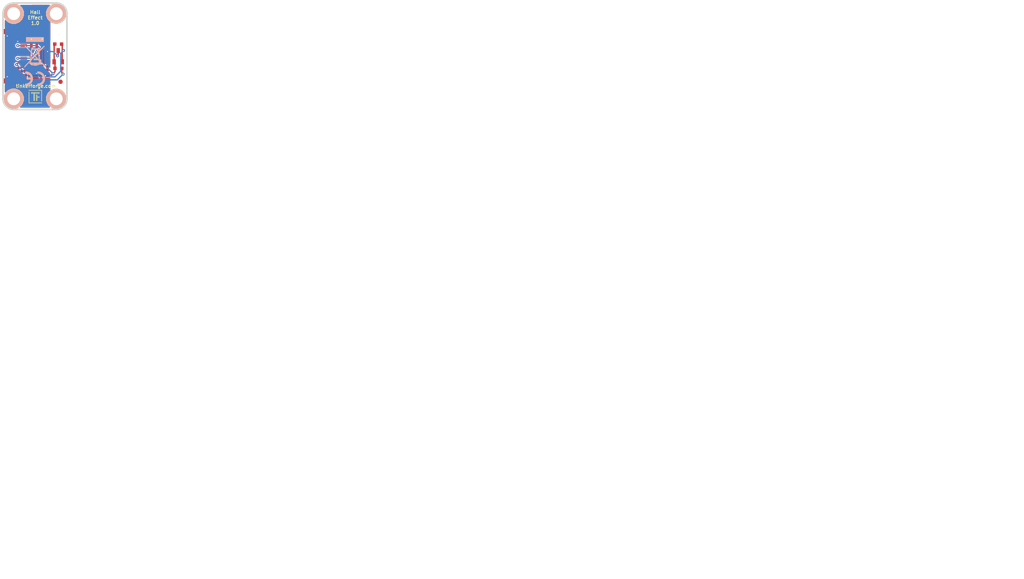
<source format=kicad_pcb>
(kicad_pcb (version 4) (host pcbnew 4.0.2+dfsg1-stable)
  (title_block (title "Hall Effect Bricklet") (rev 1.0) (company "Tinkerforge GmbH") (comment 1 "Licensed under CERN OHL v.1.1") (comment 2 "Copyright (©) 2013, B.Nordmeyer <bastian@tinkerforge.com>"))
  (layers (0 Vorderseite signal) (31 Rückseite signal hide) (34 B.Paste user) (35 F.Paste user) (36 B.SilkS user) (37 F.SilkS user) (38 B.Mask user) (39 F.Mask user) (44 Edge.Cuts user))
  (net 0 "")
  (net 1 GND)
  (net 2 VCC)
  (net 3 "Net-(P1-Pad1)")
  (net 4 "Net-(P1-Pad4)")
  (net 5 "Net-(P1-Pad5)")
  (net 6 "Net-(P1-Pad6)")
  (net 7 "Net-(P1-Pad7)")
  (net 8 "Net-(P1-Pad8)")
  (net 9 "Net-(P1-Pad9)")
  (net 10 "Net-(P1-Pad10)")
  (net 11 "Net-(U1-Pad7)")
  (module kicad-libraries:DRILL_NP (layer Vorderseite) (at 55.4 52.3)
    (fp_text reference U6 hide)
    (fp_text value DRILL hide)
    (pad "" np_thru_hole circle (at 0 0) (size 2.99974 2.99974) (drill 2.99974) (layers *.Cu *.Mask F.SilkS) (clearance 0.89916))
  )
  (module kicad-libraries:DRILL_NP (layer Vorderseite) (at 45.4 32.3)
    (fp_text reference U5 hide)
    (fp_text value DRILL hide)
    (pad "" np_thru_hole circle (at 0 0) (size 2.99974 2.99974) (drill 2.99974) (layers *.Cu *.Mask F.SilkS) (clearance 0.89916))
  )
  (module kicad-libraries:DRILL_NP (layer Vorderseite) (at 45.4 52.3)
    (fp_text reference U4 hide)
    (fp_text value DRILL hide)
    (pad "" np_thru_hole circle (at 0 0) (size 2.99974 2.99974) (drill 2.99974) (layers *.Cu *.Mask F.SilkS) (clearance 0.89916))
  )
  (module kicad-libraries:DRILL_NP (layer Vorderseite) (at 55.4 32.3)
    (fp_text reference U3 hide)
    (fp_text value DRILL hide)
    (pad "" np_thru_hole circle (at 0 0) (size 2.99974 2.99974) (drill 2.99974) (layers *.Cu *.Mask F.SilkS) (clearance 0.89916))
  )
  (module kicad-libraries:SC59 (layer Vorderseite) (at 55.85 42.3)
    (fp_text reference U2)
    (fp_text value AH180N-W)
    (pad 1 smd rect (at -0.95 1.3) (size 0.8 1.2) (layers Vorderseite F.Paste F.Mask) (net 2 VCC))
    (pad 3 smd rect (at 0.95 1.3) (size 0.8 1.2) (layers Vorderseite F.Paste F.Mask) (net 7 "Net-(P1-Pad7)"))
    (pad 2 smd rect (at 0 -1.3) (size 0.8 1.2) (layers Vorderseite F.Paste F.Mask) (net 1 GND))
  )
  (module kicad-libraries:SOIC8 (layer Vorderseite) (at 51.45 42.3 180)
    (fp_text reference U1)
    (fp_text value M24C64)
    (pad 1 smd rect (at -1.90246 2.69748) (size 0.59944 1.5494) (layers Vorderseite F.Paste F.Mask) (net 1 GND))
    (pad 2 smd rect (at -0.63246 2.69748) (size 0.59944 1.5494) (layers Vorderseite F.Paste F.Mask) (net 1 GND))
    (pad 3 smd rect (at 0.63246 2.69748) (size 0.59944 1.5494) (layers Vorderseite F.Paste F.Mask) (net 6 "Net-(P1-Pad6)"))
    (pad 4 smd rect (at 1.90246 2.69748) (size 0.59944 1.5494) (layers Vorderseite F.Paste F.Mask) (net 1 GND))
    (pad 5 smd rect (at 1.90246 -2.69748 180) (size 0.59944 1.5494) (layers Vorderseite F.Paste F.Mask) (net 5 "Net-(P1-Pad5)"))
    (pad 6 smd rect (at 0.63246 -2.69748 180) (size 0.59944 1.5494) (layers Vorderseite F.Paste F.Mask) (net 4 "Net-(P1-Pad4)"))
    (pad 7 smd rect (at -0.63246 -2.69748 180) (size 0.59944 1.5494) (layers Vorderseite F.Paste F.Mask) (net 11 "Net-(U1-Pad7)"))
    (pad 8 smd rect (at -1.90246 -2.69748 180) (size 0.59944 1.5494) (layers Vorderseite F.Paste F.Mask) (net 2 VCC))
  )
  (module kicad-libraries:R0603 (layer Vorderseite) (at 55.85 39.45)
    (fp_text reference R1)
    (fp_text value 10k)
    (pad 1 smd rect (at -0.8001 0) (size 0.8001 0.8001) (layers Vorderseite F.Paste F.Mask) (net 2 VCC))
    (pad 2 smd rect (at 0.8001 0) (size 0.8001 0.8001) (layers Vorderseite F.Paste F.Mask) (net 7 "Net-(P1-Pad7)"))
  )
  (module kicad-libraries:CON-SENSOR (layer Vorderseite) (at 43 42.3 270)
    (fp_text reference P1)
    (fp_text value CON-SENSOR)
    (pad 1 smd rect (at -4.50088 -4.7752 270) (size 0.59944 1.5494) (layers Vorderseite F.Paste F.Mask) (net 3 "Net-(P1-Pad1)"))
    (pad 2 smd rect (at -3.50012 -4.7752 270) (size 0.59944 1.5494) (layers Vorderseite F.Paste F.Mask) (net 1 GND))
    (pad 3 smd rect (at -2.49936 -4.7752 270) (size 0.59944 1.5494) (layers Vorderseite F.Paste F.Mask) (net 2 VCC))
    (pad 4 smd rect (at -1.50114 -4.7752 270) (size 0.59944 1.5494) (layers Vorderseite F.Paste F.Mask) (net 4 "Net-(P1-Pad4)"))
    (pad 5 smd rect (at -0.50038 -4.7752 270) (size 0.59944 1.5494) (layers Vorderseite F.Paste F.Mask) (net 5 "Net-(P1-Pad5)"))
    (pad 6 smd rect (at 0.50038 -4.7752 270) (size 0.59944 1.5494) (layers Vorderseite F.Paste F.Mask) (net 6 "Net-(P1-Pad6)"))
    (pad 7 smd rect (at 1.50114 -4.7752 270) (size 0.59944 1.5494) (layers Vorderseite F.Paste F.Mask) (net 7 "Net-(P1-Pad7)"))
    (pad 8 smd rect (at 2.49936 -4.7752 270) (size 0.59944 1.5494) (layers Vorderseite F.Paste F.Mask) (net 8 "Net-(P1-Pad8)"))
    (pad 9 smd rect (at 3.50012 -4.7752 270) (size 0.59944 1.5494) (layers Vorderseite F.Paste F.Mask) (net 9 "Net-(P1-Pad9)"))
    (pad 10 smd rect (at 4.50088 -4.7752 270) (size 0.59944 1.5494) (layers Vorderseite F.Paste F.Mask) (net 10 "Net-(P1-Pad10)"))
    (pad EP smd rect (at -5.79882 -0.89916 270) (size 1.19888 1.80086) (layers Vorderseite F.Paste F.Mask) (net 1 GND))
    (pad EP smd rect (at 5.79882 -0.89916 270) (size 1.19888 1.80086) (layers Vorderseite F.Paste F.Mask) (net 1 GND))
  )
  (module kicad-libraries:C0603 (layer Vorderseite) (at 55.9 45.15)
    (fp_text reference C2)
    (fp_text value 100nF)
    (pad 1 smd rect (at -0.8001 0) (size 0.8001 0.8001) (layers Vorderseite F.Paste F.Mask) (net 2 VCC))
    (pad 2 smd rect (at 0.8001 0) (size 0.8001 0.8001) (layers Vorderseite F.Paste F.Mask) (net 1 GND))
  )
  (module kicad-libraries:C0603 (layer Vorderseite) (at 52.6 46.75 180)
    (fp_text reference C1)
    (fp_text value 100nF)
    (pad 1 smd rect (at -0.8001 0 180) (size 0.8001 0.8001) (layers Vorderseite F.Paste F.Mask) (net 2 VCC))
    (pad 2 smd rect (at 0.8001 0 180) (size 0.8001 0.8001) (layers Vorderseite F.Paste F.Mask) (net 1 GND))
  )
  (module kicad-libraries:Logo_31x31 (layer Vorderseite) (at 48.9 50.2)
    (fp_text reference G*** hide)
    (fp_text value Logo_31x31 hide)
  )
  (module kicad-libraries:WEEE_7mm (layer Rückseite) (at 50.4 41.4)
    (fp_text reference VAL hide)
    (fp_text value WEEE_7mm hide)
  )
  (module kicad-libraries:CE_5mm (layer Rückseite) (at 50.4 47.55 180)
    (fp_text reference VAL hide)
    (fp_text value CE_5mm hide)
  )
  (module kicad-libraries:Fiducial_Mark (layer Vorderseite) (at 56.4 48.3)
    (fp_text reference Fiducial_Mark hide)
    (fp_text value VAL** hide)
    (pad 1 smd circle (at 0 0) (size 1.00076 1.00076) (layers Vorderseite F.Paste F.Mask) (clearance 0.65024))
  )
  (module kicad-libraries:Fiducial_Mark (layer Vorderseite) (at 48.9 31.3)
    (fp_text reference Fiducial_Mark hide)
    (fp_text value VAL** hide)
    (pad 1 smd circle (at 0 0) (size 1.00076 1.00076) (layers Vorderseite F.Paste F.Mask) (clearance 0.65024))
  )
  (gr_line (start 42.9 52.3) (end 42.9 32.3) (angle 90) (layer Edge.Cuts) (width 0.381))
  (gr_line (start 55.4 54.8) (end 45.4 54.8) (angle 90) (layer Edge.Cuts) (width 0.381))
  (gr_line (start 57.9 32.3) (end 57.9 52.3) (angle 90) (layer Edge.Cuts) (width 0.381))
  (gr_line (start 45.4 29.8) (end 55.4 29.8) (angle 90) (layer Edge.Cuts) (width 0.381))
  (gr_arc (start 45.4 32.3) (end 42.9 32.3) (angle 90) (layer Edge.Cuts) (width 0.381))
  (gr_arc (start 55.4 32.3) (end 55.4 29.8) (angle 90) (layer Edge.Cuts) (width 0.381))
  (gr_arc (start 55.4 52.3) (end 57.9 52.3) (angle 90) (layer Edge.Cuts) (width 0.381))
  (gr_arc (start 45.4 52.3) (end 45.4 54.8) (angle 90) (layer Edge.Cuts) (width 0.381))
  (gr_text "Hall\nEffect\n1.0" (at 50.45 33.25) (layer F.SilkS) (effects (font (size 0.8 0.8))))
  (gr_text tinkerforge.com (at 50.6 49.3) (layer F.SilkS) (effects (font (size 0.8 0.8))))
  (segment (start 56.7001 45.15) (end 56.7001 46.2001) (width 0.29972) (layer Vorderseite) (net 1))
  (segment (start 44.65 47.85) (end 43.9 47.1) (width 0.29972) (layer Rückseite) (net 1))
  (segment (start 55.65 47.85) (end 44.65 47.85) (width 0.29972) (layer Rückseite) (net 1))
  (segment (start 57 46.5) (end 55.65 47.85) (width 0.29972) (layer Rückseite) (net 1))
  (via (at 57 46.5) (size 0.70104) (layers Vorderseite Rückseite) (net 1))
  (segment (start 56.7001 46.2001) (end 57 46.5) (width 0.29972) (layer Vorderseite) (net 1))
  (segment (start 46.35 38.8) (end 45.15 38.8) (width 0.29972) (layer Vorderseite) (net 1))
  (segment (start 45.15 38.8) (end 43.9 37.55) (width 0.29972) (layer Vorderseite) (net 1))
  (segment (start 53.35 41.2) (end 53.35 39.5) (width 0.29972) (layer Rückseite) (net 1))
  (segment (start 53.35 39.5) (end 52.1 38.25) (width 0.29972) (layer Rückseite) (net 1))
  (segment (start 52.08246 39.60252) (end 52.08246 38.26754) (width 0.29972) (layer Vorderseite) (net 1))
  (segment (start 52.08246 38.26754) (end 52.1 38.25) (width 0.29972) (layer Vorderseite) (net 1))
  (via (at 52.1 38.25) (size 0.70104) (layers Vorderseite Rückseite) (net 1))
  (segment (start 52.05 38.3) (end 49.55 38.3) (width 0.29972) (layer Rückseite) (net 1))
  (segment (start 52.1 38.25) (end 52.05 38.3) (width 0.29972) (layer Rückseite) (net 1))
  (segment (start 46.35012 38.79988) (end 47.7752 38.79988) (width 0.29972) (layer Vorderseite) (net 1))
  (via (at 49.55 38.3) (size 0.70104) (layers Vorderseite Rückseite) (net 1))
  (segment (start 49.55 38.3) (end 49.05 38.8) (width 0.29972) (layer Rückseite) (net 1))
  (segment (start 49.05 38.8) (end 46.35 38.8) (width 0.29972) (layer Rückseite) (net 1))
  (via (at 46.35 38.8) (size 0.70104) (layers Vorderseite Rückseite) (net 1))
  (segment (start 46.35 38.8) (end 46.35012 38.79988) (width 0.29972) (layer Vorderseite) (net 1))
  (segment (start 49.54754 39.60252) (end 49.54754 38.30246) (width 0.29972) (layer Vorderseite) (net 1))
  (segment (start 49.54754 38.30246) (end 49.55 38.3) (width 0.29972) (layer Vorderseite) (net 1))
  (segment (start 43.9 47.1) (end 43.9 37.55) (width 0.29972) (layer Rückseite) (net 1))
  (via (at 43.9 37.55) (size 0.70104) (layers Vorderseite Rückseite) (net 1))
  (segment (start 43.89916 48.09882) (end 43.89916 47.10084) (width 0.29972) (layer Vorderseite) (net 1))
  (via (at 43.9 47.1) (size 0.70104) (layers Vorderseite Rückseite) (net 1))
  (segment (start 43.89916 47.10084) (end 43.9 47.1) (width 0.29972) (layer Vorderseite) (net 1))
  (segment (start 43.89916 37.54916) (end 43.89916 36.50118) (width 0.29972) (layer Vorderseite) (net 1))
  (segment (start 43.9 37.55) (end 43.89916 37.54916) (width 0.29972) (layer Vorderseite) (net 1))
  (segment (start 51.7999 46.75) (end 51.15 46.75) (width 0.29972) (layer Vorderseite) (net 1))
  (segment (start 52.35 41.2) (end 53.35 41.2) (width 0.29972) (layer Vorderseite) (net 1))
  (segment (start 51.4 42.15) (end 52.35 41.2) (width 0.29972) (layer Vorderseite) (net 1))
  (via (at 51.4 42.15) (size 0.70104) (layers Vorderseite Rückseite) (net 1))
  (segment (start 51.4 45.7) (end 51.4 42.15) (width 0.29972) (layer Rückseite) (net 1))
  (segment (start 50.75 46.35) (end 51.4 45.7) (width 0.29972) (layer Rückseite) (net 1))
  (via (at 50.75 46.35) (size 0.70104) (layers Vorderseite Rückseite) (net 1))
  (segment (start 51.15 46.75) (end 50.75 46.35) (width 0.29972) (layer Vorderseite) (net 1))
  (segment (start 55.85 41) (end 55.85 42.05) (width 0.29972) (layer Vorderseite) (net 1))
  (segment (start 53.35246 41.19754) (end 53.35246 39.60252) (width 0.29972) (layer Vorderseite) (net 1))
  (segment (start 53.35 41.2) (end 53.35246 41.19754) (width 0.29972) (layer Vorderseite) (net 1))
  (via (at 53.35 41.2) (size 0.70104) (layers Vorderseite Rückseite) (net 1))
  (segment (start 54.7 41.2) (end 53.35 41.2) (width 0.29972) (layer Rückseite) (net 1))
  (segment (start 55.7 42.2) (end 54.7 41.2) (width 0.29972) (layer Rückseite) (net 1))
  (via (at 55.7 42.2) (size 0.70104) (layers Vorderseite Rückseite) (net 1))
  (segment (start 55.85 42.05) (end 55.7 42.2) (width 0.29972) (layer Vorderseite) (net 1))
  (segment (start 53.4001 46.75) (end 54.3 46.75) (width 0.29972) (layer Vorderseite) (net 2))
  (segment (start 54.3 46.75) (end 54.65 46.4) (width 0.29972) (layer Vorderseite) (net 2))
  (segment (start 54.9 43.6) (end 54.9 39.5999) (width 0.29972) (layer Vorderseite) (net 2))
  (segment (start 54.9 39.5999) (end 55.0499 39.45) (width 0.29972) (layer Vorderseite) (net 2))
  (segment (start 55.0999 45.15) (end 55.0999 45.9501) (width 0.29972) (layer Vorderseite) (net 2))
  (segment (start 55.0999 45.9501) (end 54.65 46.4) (width 0.29972) (layer Vorderseite) (net 2))
  (segment (start 46.35064 39.80064) (end 47.7752 39.80064) (width 0.29972) (layer Vorderseite) (net 2))
  (via (at 54.65 46.4) (size 0.70104) (layers Vorderseite Rückseite) (net 2))
  (segment (start 54.65 46.4) (end 52.15 43.9) (width 0.29972) (layer Rückseite) (net 2))
  (segment (start 52.15 43.9) (end 52.15 41) (width 0.29972) (layer Rückseite) (net 2))
  (segment (start 52.15 41) (end 50.95 39.8) (width 0.29972) (layer Rückseite) (net 2))
  (segment (start 50.95 39.8) (end 46.35 39.8) (width 0.29972) (layer Rückseite) (net 2))
  (via (at 46.35 39.8) (size 0.70104) (layers Vorderseite Rückseite) (net 2))
  (segment (start 46.35 39.8) (end 46.35064 39.80064) (width 0.29972) (layer Vorderseite) (net 2))
  (segment (start 55.0999 45.15) (end 55.0999 43.7999) (width 0.29972) (layer Vorderseite) (net 2))
  (segment (start 55.0999 43.7999) (end 54.9 43.6) (width 0.29972) (layer Vorderseite) (net 2))
  (segment (start 53.35246 44.99748) (end 53.35246 46.70236) (width 0.29972) (layer Vorderseite) (net 2))
  (segment (start 53.35246 46.70236) (end 53.4001 46.75) (width 0.29972) (layer Vorderseite) (net 2))
  (segment (start 47.7752 40.79886) (end 48.79886 40.79886) (width 0.29972) (layer Vorderseite) (net 4))
  (segment (start 50.81754 42.81754) (end 50.81754 44.99748) (width 0.29972) (layer Vorderseite) (net 4))
  (segment (start 48.79886 40.79886) (end 50.81754 42.81754) (width 0.29972) (layer Vorderseite) (net 4))
  (segment (start 49.54754 44.99748) (end 49.54754 42.59754) (width 0.29972) (layer Vorderseite) (net 5))
  (segment (start 48.74962 41.79962) (end 47.7752 41.79962) (width 0.29972) (layer Vorderseite) (net 5))
  (segment (start 49.54754 42.59754) (end 48.74962 41.79962) (width 0.29972) (layer Vorderseite) (net 5))
  (segment (start 47.7752 42.80038) (end 46.35038 42.80038) (width 0.29972) (layer Vorderseite) (net 6))
  (segment (start 50.81754 41.28246) (end 50.81754 39.60252) (width 0.29972) (layer Vorderseite) (net 6))
  (segment (start 50.8 41.3) (end 50.81754 41.28246) (width 0.29972) (layer Vorderseite) (net 6))
  (via (at 50.8 41.3) (size 0.70104) (layers Vorderseite Rückseite) (net 6))
  (segment (start 49.35 42.75) (end 50.8 41.3) (width 0.29972) (layer Rückseite) (net 6))
  (segment (start 46.4 42.75) (end 49.35 42.75) (width 0.29972) (layer Rückseite) (net 6))
  (segment (start 46.35 42.8) (end 46.4 42.75) (width 0.29972) (layer Rückseite) (net 6))
  (via (at 46.35 42.8) (size 0.70104) (layers Vorderseite Rückseite) (net 6))
  (segment (start 46.35038 42.80038) (end 46.35 42.8) (width 0.29972) (layer Vorderseite) (net 6))
  (segment (start 47.7752 43.80114) (end 46.54886 43.80114) (width 0.29972) (layer Vorderseite) (net 7))
  (segment (start 57.1 40.95) (end 56.8 40.95) (width 0.29972) (layer Vorderseite) (net 7))
  (via (at 57.1 40.95) (size 0.70104) (layers Vorderseite Rückseite) (net 7))
  (segment (start 56.45 41.6) (end 57.1 40.95) (width 0.29972) (layer Rückseite) (net 7))
  (segment (start 56.45 45.8) (end 56.45 41.6) (width 0.29972) (layer Rückseite) (net 7))
  (segment (start 55.1 47.15) (end 56.45 45.8) (width 0.29972) (layer Rückseite) (net 7))
  (segment (start 49 47.15) (end 55.1 47.15) (width 0.29972) (layer Rückseite) (net 7))
  (segment (start 46.1 44.25) (end 49 47.15) (width 0.29972) (layer Rückseite) (net 7))
  (via (at 46.1 44.25) (size 0.70104) (layers Vorderseite Rückseite) (net 7))
  (segment (start 46.54886 43.80114) (end 46.1 44.25) (width 0.29972) (layer Vorderseite) (net 7))
  (segment (start 56.8 40.95) (end 56.9 40.95) (width 0.29972) (layer Vorderseite) (net 7))
  (segment (start 56.9 40.95) (end 56.8 40.95) (width 0.29972) (layer Vorderseite) (net 7))
  (segment (start 56.8 43.6) (end 56.8 40.95) (width 0.29972) (layer Vorderseite) (net 7))
  (segment (start 56.8 40.95) (end 56.8 39.5999) (width 0.29972) (layer Vorderseite) (net 7))
  (segment (start 56.8 39.5999) (end 56.6501 39.45) (width 0.29972) (layer Vorderseite) (net 7))
  (zone (net 1) (net_name GND) (layer Vorderseite) (connect_pads (clearance 0.24892)) (min_thickness 0.24892) (fill (arc_segments 16) (thermal_gap 0.29972) (thermal_bridge_width 0.29972))
    (polygon (pts (xy 42.9 29.8) (xy 54 29.8) (xy 54 54.8) (xy 42.9 54.8)))
  )
  (zone (net 1) (net_name GND) (layer Rückseite) (connect_pads (clearance 0.24892)) (min_thickness 0.24892) (fill (arc_segments 16) (thermal_gap 0.29972) (thermal_bridge_width 0.29972))
    (polygon (pts (xy 42.9 54.8) (xy 42.9 29.8) (xy 54 29.8) (xy 54 54.8)))
  )
)
</source>
